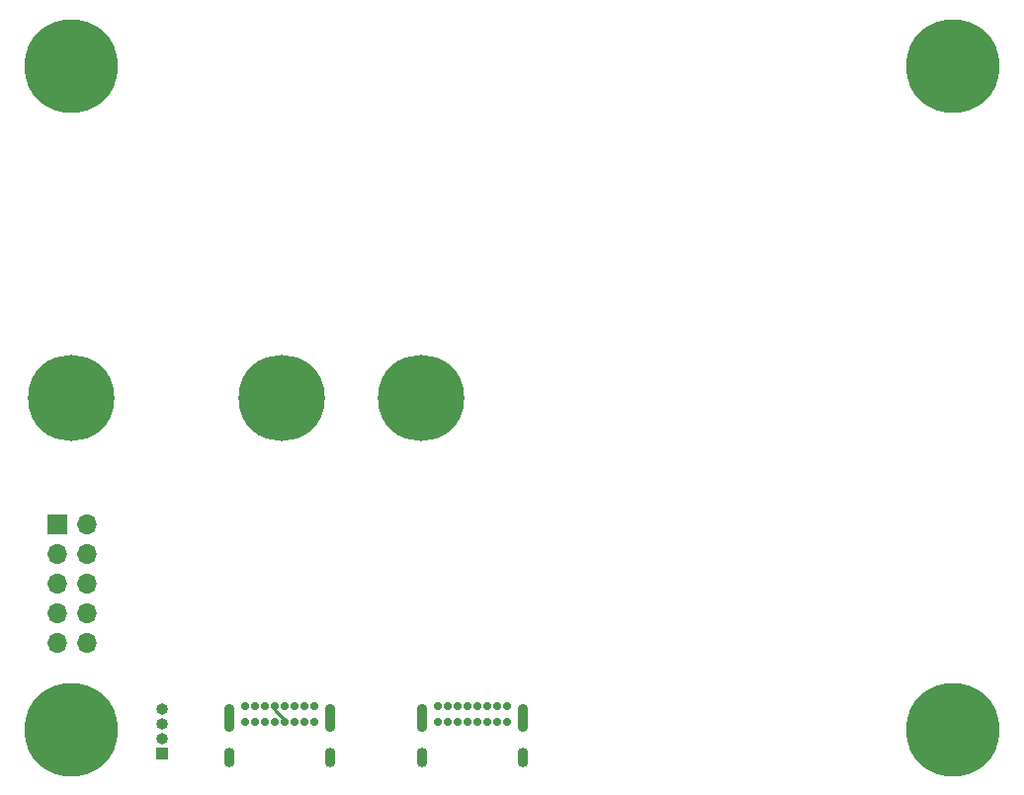
<source format=gbr>
%TF.GenerationSoftware,KiCad,Pcbnew,8.0.3*%
%TF.CreationDate,2024-11-01T12:04:32+00:00*%
%TF.ProjectId,CM4RadarBoard,434d3452-6164-4617-9242-6f6172642e6b,rev?*%
%TF.SameCoordinates,Original*%
%TF.FileFunction,Copper,L3,Inr*%
%TF.FilePolarity,Positive*%
%FSLAX46Y46*%
G04 Gerber Fmt 4.6, Leading zero omitted, Abs format (unit mm)*
G04 Created by KiCad (PCBNEW 8.0.3) date 2024-11-01 12:04:32*
%MOMM*%
%LPD*%
G01*
G04 APERTURE LIST*
%TA.AperFunction,ComponentPad*%
%ADD10C,7.400000*%
%TD*%
%TA.AperFunction,ComponentPad*%
%ADD11C,0.700000*%
%TD*%
%TA.AperFunction,ComponentPad*%
%ADD12O,0.900000X2.400000*%
%TD*%
%TA.AperFunction,ComponentPad*%
%ADD13O,0.900000X1.700000*%
%TD*%
%TA.AperFunction,ComponentPad*%
%ADD14R,1.700000X1.700000*%
%TD*%
%TA.AperFunction,ComponentPad*%
%ADD15O,1.700000X1.700000*%
%TD*%
%TA.AperFunction,ComponentPad*%
%ADD16C,0.900000*%
%TD*%
%TA.AperFunction,ComponentPad*%
%ADD17C,8.000000*%
%TD*%
%TA.AperFunction,ComponentPad*%
%ADD18R,1.000000X1.000000*%
%TD*%
%TA.AperFunction,ComponentPad*%
%ADD19O,1.000000X1.000000*%
%TD*%
%TA.AperFunction,Conductor*%
%ADD20C,0.250000*%
%TD*%
G04 APERTURE END LIST*
D10*
%TO.N,GND*%
%TO.C,J9*%
X70000000Y-68500000D03*
%TD*%
%TO.N,GND*%
%TO.C,J8*%
X58000000Y-68500000D03*
%TD*%
%TO.N,GND*%
%TO.C,J7*%
X40000000Y-68500000D03*
%TD*%
D11*
%TO.N,GND*%
%TO.C,J13*%
X71435000Y-94925000D03*
%TO.N,/USB/USBDevAttach*%
X72285000Y-94925000D03*
%TO.N,Net-(J13-CC1)*%
X73135000Y-94925000D03*
%TO.N,/USB/USBDev_P*%
X73985000Y-94925000D03*
%TO.N,/USB/USBDev_N*%
X74835000Y-94925000D03*
%TO.N,unconnected-(J13-SBU1-PadA8)*%
X75685000Y-94925000D03*
%TO.N,/USB/USBDevAttach*%
X76535000Y-94925000D03*
%TO.N,GND*%
X77385000Y-94925000D03*
X77385000Y-96275000D03*
%TO.N,/USB/USBDevAttach*%
X76535000Y-96275000D03*
%TO.N,Net-(J13-CC2)*%
X75685000Y-96275000D03*
%TO.N,/USB/USBDev_P*%
X74835000Y-96275000D03*
%TO.N,/USB/USBDev_N*%
X73985000Y-96275000D03*
%TO.N,unconnected-(J13-SBU2-PadB8)*%
X73135000Y-96275000D03*
%TO.N,/USB/USBDevAttach*%
X72285000Y-96275000D03*
%TO.N,GND*%
X71435000Y-96275000D03*
D12*
%TO.N,unconnected-(J13-SHIELD-PadS1)*%
X70085000Y-95905000D03*
D13*
X70085000Y-99285000D03*
D12*
X78735000Y-95905000D03*
D13*
X78735000Y-99285000D03*
%TD*%
D14*
%TO.N,unconnected-(J6-Pin_1-Pad1)*%
%TO.C,J6*%
X38860000Y-79340000D03*
D15*
%TO.N,unconnected-(J6-Pin_2-Pad2)*%
X41400000Y-79340000D03*
%TO.N,unconnected-(J6-Pin_3-Pad3)*%
X38860000Y-81880000D03*
%TO.N,unconnected-(J6-Pin_4-Pad4)*%
X41400000Y-81880000D03*
%TO.N,unconnected-(J6-Pin_5-Pad5)*%
X38860000Y-84420000D03*
%TO.N,unconnected-(J6-Pin_6-Pad6)*%
X41400000Y-84420000D03*
%TO.N,unconnected-(J6-Pin_7-Pad7)*%
X38860000Y-86960000D03*
%TO.N,unconnected-(J6-Pin_8-Pad8)*%
X41400000Y-86960000D03*
%TO.N,unconnected-(J6-Pin_9-Pad9)*%
X38860000Y-89500000D03*
%TO.N,unconnected-(J6-Pin_10-Pad10)*%
X41400000Y-89500000D03*
%TD*%
D16*
%TO.N,GND*%
%TO.C,H2*%
X112552300Y-40000000D03*
X113430980Y-37878680D03*
X113430980Y-42121320D03*
X115552300Y-37000000D03*
D17*
X115552300Y-40000000D03*
D16*
X115552300Y-43000000D03*
X117673620Y-37878680D03*
X117673620Y-42121320D03*
X118552300Y-40000000D03*
%TD*%
D11*
%TO.N,GND*%
%TO.C,J12*%
X54915000Y-94925000D03*
%TO.N,Net-(D6-A)*%
X55765000Y-94925000D03*
%TO.N,Net-(J12-CC1)*%
X56615000Y-94925000D03*
%TO.N,/USB/USBHOST0_P*%
X57465000Y-94925000D03*
%TO.N,/USB/USBHOST0_N*%
X58315000Y-94925000D03*
%TO.N,unconnected-(J12-SBU1-PadA8)*%
X59165000Y-94925000D03*
%TO.N,Net-(D6-A)*%
X60015000Y-94925000D03*
%TO.N,GND*%
X60865000Y-94925000D03*
X60865000Y-96275000D03*
%TO.N,Net-(D6-A)*%
X60015000Y-96275000D03*
%TO.N,Net-(J12-CC2)*%
X59165000Y-96275000D03*
%TO.N,/USB/USBHOST0_P*%
X58315000Y-96275000D03*
%TO.N,/USB/USBHOST0_N*%
X57465000Y-96275000D03*
%TO.N,unconnected-(J12-SBU2-PadB8)*%
X56615000Y-96275000D03*
%TO.N,Net-(D6-A)*%
X55765000Y-96275000D03*
%TO.N,GND*%
X54915000Y-96275000D03*
D12*
%TO.N,unconnected-(J12-SHIELD-PadS1)*%
X53565000Y-95905000D03*
D13*
X53565000Y-99285000D03*
D12*
X62215000Y-95905000D03*
D13*
X62215000Y-99285000D03*
%TD*%
D16*
%TO.N,GND*%
%TO.C,H1*%
X37000000Y-40000000D03*
X37878680Y-37878680D03*
X37878680Y-42121320D03*
X40000000Y-37000000D03*
D17*
X40000000Y-40000000D03*
D16*
X40000000Y-43000000D03*
X42121320Y-37878680D03*
X42121320Y-42121320D03*
X43000000Y-40000000D03*
%TD*%
%TO.N,GND*%
%TO.C,H3*%
X37000000Y-96896000D03*
X37878680Y-94774680D03*
X37878680Y-99017320D03*
X40000000Y-93896000D03*
D17*
X40000000Y-96896000D03*
D16*
X40000000Y-99896000D03*
X42121320Y-94774680D03*
X42121320Y-99017320D03*
X43000000Y-96896000D03*
%TD*%
%TO.N,GND*%
%TO.C,H4*%
X112552300Y-96896000D03*
X113430980Y-94774680D03*
X113430980Y-99017320D03*
X115552300Y-93896000D03*
D17*
X115552300Y-96896000D03*
D16*
X115552300Y-99896000D03*
X117673620Y-94774680D03*
X117673620Y-99017320D03*
X118552300Y-96896000D03*
%TD*%
D18*
%TO.N,+5V*%
%TO.C,J14*%
X47800000Y-99000000D03*
D19*
%TO.N,/USB/USBHOST2_N*%
X47800000Y-97730000D03*
%TO.N,/USB/USBHOST2_P*%
X47800000Y-96460000D03*
%TO.N,GND*%
X47800000Y-95190000D03*
%TD*%
D20*
%TO.N,/USB/USBHOST0_P*%
X58315000Y-96085000D02*
X57465000Y-95235000D01*
X58315000Y-96275000D02*
X58315000Y-96085000D01*
X57465000Y-95235000D02*
X57465000Y-94925000D01*
%TD*%
M02*

</source>
